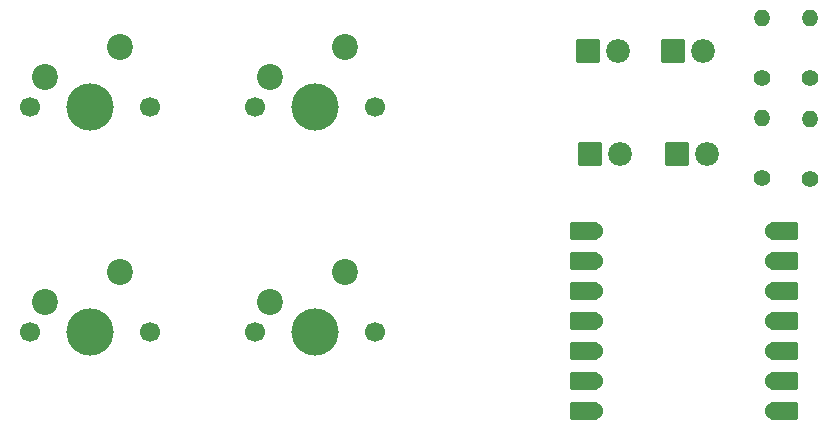
<source format=gts>
%TF.GenerationSoftware,KiCad,Pcbnew,8.0.7*%
%TF.CreationDate,2025-06-28T19:36:39+10:00*%
%TF.ProjectId,fidget,66696467-6574-42e6-9b69-6361645f7063,rev?*%
%TF.SameCoordinates,Original*%
%TF.FileFunction,Soldermask,Top*%
%TF.FilePolarity,Negative*%
%FSLAX46Y46*%
G04 Gerber Fmt 4.6, Leading zero omitted, Abs format (unit mm)*
G04 Created by KiCad (PCBNEW 8.0.7) date 2025-06-28 19:36:39*
%MOMM*%
%LPD*%
G01*
G04 APERTURE LIST*
G04 Aperture macros list*
%AMRoundRect*
0 Rectangle with rounded corners*
0 $1 Rounding radius*
0 $2 $3 $4 $5 $6 $7 $8 $9 X,Y pos of 4 corners*
0 Add a 4 corners polygon primitive as box body*
4,1,4,$2,$3,$4,$5,$6,$7,$8,$9,$2,$3,0*
0 Add four circle primitives for the rounded corners*
1,1,$1+$1,$2,$3*
1,1,$1+$1,$4,$5*
1,1,$1+$1,$6,$7*
1,1,$1+$1,$8,$9*
0 Add four rect primitives between the rounded corners*
20,1,$1+$1,$2,$3,$4,$5,0*
20,1,$1+$1,$4,$5,$6,$7,0*
20,1,$1+$1,$6,$7,$8,$9,0*
20,1,$1+$1,$8,$9,$2,$3,0*%
G04 Aperture macros list end*
%ADD10C,1.700000*%
%ADD11C,4.000000*%
%ADD12C,2.200000*%
%ADD13C,1.400000*%
%ADD14O,1.400000X1.400000*%
%ADD15C,2.019000*%
%ADD16RoundRect,0.102000X-0.907500X-0.907500X0.907500X-0.907500X0.907500X0.907500X-0.907500X0.907500X0*%
%ADD17RoundRect,0.152400X-1.063600X-0.609600X1.063600X-0.609600X1.063600X0.609600X-1.063600X0.609600X0*%
%ADD18C,1.524000*%
%ADD19RoundRect,0.152400X1.063600X0.609600X-1.063600X0.609600X-1.063600X-0.609600X1.063600X-0.609600X0*%
G04 APERTURE END LIST*
D10*
%TO.C,SW1*%
X90487500Y-80962500D03*
D11*
X95567500Y-80962500D03*
D10*
X100647500Y-80962500D03*
D12*
X98107500Y-75882500D03*
X91757500Y-78422500D03*
%TD*%
D13*
%TO.C,R3*%
X156501250Y-78540000D03*
D14*
X156501250Y-73460000D03*
%TD*%
D13*
%TO.C,R1*%
X152501250Y-78540000D03*
D14*
X152501250Y-73460000D03*
%TD*%
D15*
%TO.C,D2*%
X147501250Y-76200000D03*
D16*
X144961250Y-76200000D03*
%TD*%
D15*
%TO.C,D1*%
X140270000Y-76200000D03*
D16*
X137730000Y-76200000D03*
%TD*%
D17*
%TO.C,U1*%
X154336250Y-106700000D03*
D18*
X153501250Y-106700000D03*
D17*
X154336250Y-104160000D03*
D18*
X153501250Y-104160000D03*
D17*
X154336250Y-101620000D03*
D18*
X153501250Y-101620000D03*
D17*
X154336250Y-99080000D03*
D18*
X153501250Y-99080000D03*
D17*
X154336250Y-96540000D03*
D18*
X153501250Y-96540000D03*
D17*
X154336250Y-94000000D03*
D18*
X153501250Y-94000000D03*
D17*
X154336250Y-91460000D03*
D18*
X153501250Y-91460000D03*
X138261250Y-91460000D03*
D19*
X137426250Y-91460000D03*
D18*
X138261250Y-94000000D03*
D19*
X137426250Y-94000000D03*
D18*
X138261250Y-96540000D03*
D19*
X137426250Y-96540000D03*
D18*
X138261250Y-99080000D03*
D19*
X137426250Y-99080000D03*
D18*
X138261250Y-101620000D03*
D19*
X137426250Y-101620000D03*
D18*
X138261250Y-104160000D03*
D19*
X137426250Y-104160000D03*
D18*
X138261250Y-106700000D03*
D19*
X137426250Y-106700000D03*
%TD*%
D10*
%TO.C,SW4*%
X109537500Y-100012500D03*
D11*
X114617500Y-100012500D03*
D10*
X119697500Y-100012500D03*
D12*
X117157500Y-94932500D03*
X110807500Y-97472500D03*
%TD*%
D13*
%TO.C,R2*%
X152501250Y-87000000D03*
D14*
X152501250Y-81920000D03*
%TD*%
D15*
%TO.C,D3*%
X140400000Y-85000000D03*
D16*
X137860000Y-85000000D03*
%TD*%
D10*
%TO.C,SW3*%
X90487500Y-100012500D03*
D11*
X95567500Y-100012500D03*
D10*
X100647500Y-100012500D03*
D12*
X98107500Y-94932500D03*
X91757500Y-97472500D03*
%TD*%
D10*
%TO.C,SW2*%
X109537500Y-80962500D03*
D11*
X114617500Y-80962500D03*
D10*
X119697500Y-80962500D03*
D12*
X117157500Y-75882500D03*
X110807500Y-78422500D03*
%TD*%
D15*
%TO.C,D4*%
X147770000Y-85000000D03*
D16*
X145230000Y-85000000D03*
%TD*%
D13*
%TO.C,R4*%
X156501250Y-87040000D03*
D14*
X156501250Y-81960000D03*
%TD*%
M02*

</source>
